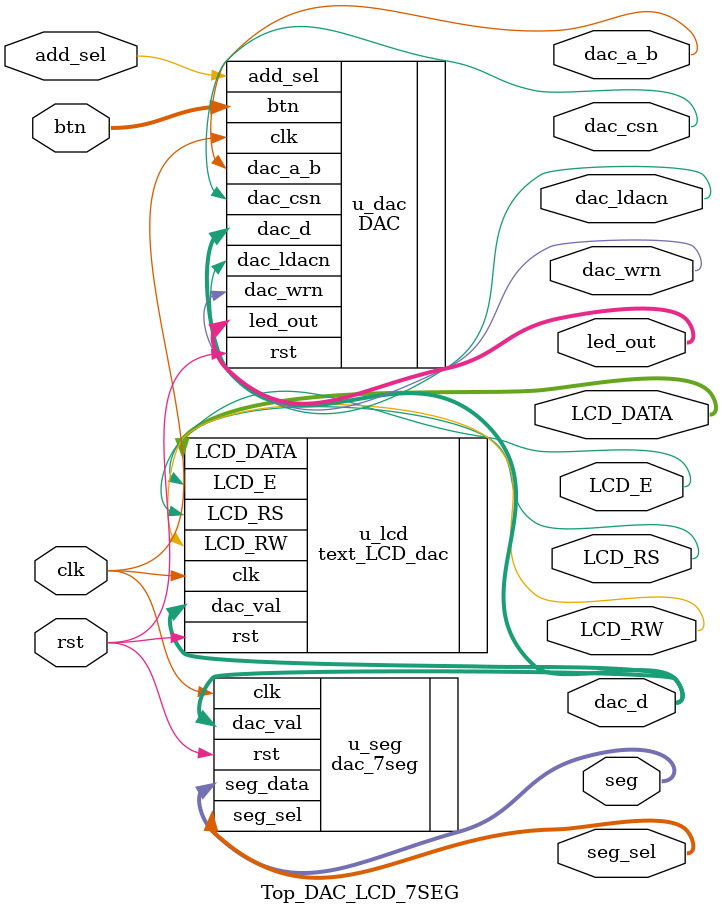
<source format=v>
`timescale 1ns / 1ps


module Top_DAC_LCD_7SEG(
    input        clk,
    input        rst,
    input  [5:0] btn,
    input        add_sel,

    // DAC
    output       dac_csn,
    output       dac_ldacn,
    output       dac_wrn,
    output       dac_a_b,
    output [7:0] dac_d,
    output [7:0] led_out,

    // 7-seg
    output [7:0] seg_sel,
    output [7:0] seg,

    // Text LCD
    output       LCD_E,
    output       LCD_RS,
    output       LCD_RW,
    output [7:0] LCD_DATA
);

    DAC u_dac (
        .clk      (clk),
        .rst      (rst),
        .btn      (btn),
        .add_sel  (add_sel),
        .dac_csn  (dac_csn),
        .dac_ldacn(dac_ldacn),
        .dac_wrn  (dac_wrn),
        .dac_a_b  (dac_a_b),
        .dac_d    (dac_d),
        .led_out  (led_out)
    );

    text_LCD_dac u_lcd (
        .rst      (rst),
        .clk      (clk),
        .dac_val  (dac_d),
        .LCD_E    (LCD_E),
        .LCD_RS   (LCD_RS),
        .LCD_RW   (LCD_RW),
        .LCD_DATA (LCD_DATA)
        
    );

    dac_7seg u_seg (
        .clk     (clk),
        .rst     (rst),
        .dac_val (dac_d),
        .seg_sel (seg_sel),
        .seg_data(seg)
    );

endmodule

</source>
